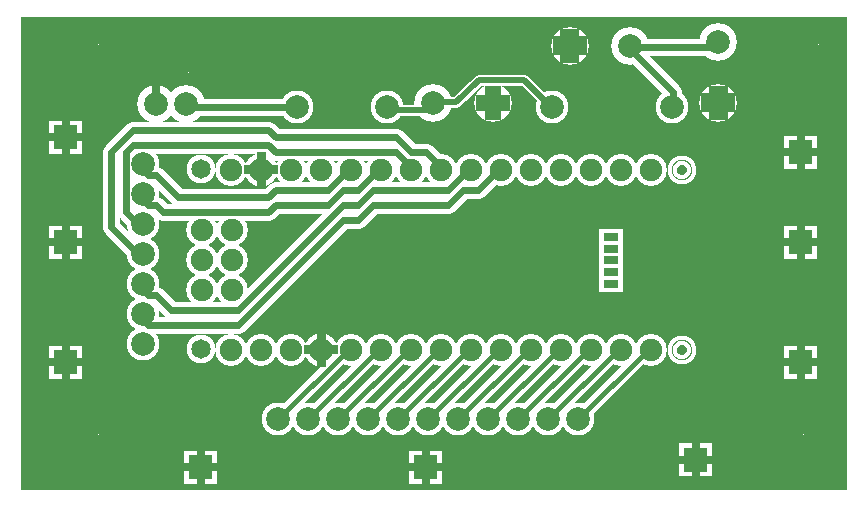
<source format=gbr>
%FSLAX34Y34*%
%MOMM*%
%LNCOPPER_BOTTOM*%
G71*
G01*
%ADD10C,0.800*%
%ADD11R,2.070X1.435*%
%ADD12C,2.700*%
%ADD13C,2.450*%
%ADD14C,2.800*%
%ADD15C,3.200*%
%ADD16C,0.900*%
%ADD17C,1.400*%
%ADD18C,1.200*%
%ADD19C,4.200*%
%ADD20C,0.667*%
%ADD21C,0.813*%
%ADD22C,1.360*%
%ADD23C,1.587*%
%ADD24C,1.627*%
%ADD25C,0.787*%
%ADD26C,2.973*%
%ADD27C,0.000*%
%ADD28R,1.270X0.635*%
%ADD29C,1.900*%
%ADD30C,1.650*%
%ADD31C,2.000*%
%ADD32C,0.500*%
%ADD33C,0.600*%
%ADD34C,0.400*%
%ADD35C,4.000*%
%LPD*%
G36*
X-217646Y339759D02*
X482354Y339759D01*
X482354Y-60241D01*
X-217646Y-60241D01*
X-217646Y339759D01*
G37*
%LPC*%
G54D10*
X333414Y58173D02*
X333409Y58460D01*
X333414Y58747D01*
X333429Y59036D01*
X333455Y59324D01*
X333490Y59608D01*
X333534Y59892D01*
X333589Y60177D01*
X333655Y60456D01*
X333729Y60736D01*
X333813Y61010D01*
X333907Y61285D01*
X334011Y61551D01*
X334123Y61818D01*
X334245Y62080D01*
X334374Y62336D01*
X334514Y62588D01*
X334664Y62834D01*
X334821Y63075D01*
X334986Y63311D01*
X335159Y63543D01*
X335339Y63766D01*
X335530Y63985D01*
X335726Y64195D01*
X335929Y64399D01*
X336140Y64594D01*
X336358Y64784D01*
X336582Y64965D01*
X336813Y65138D01*
X337049Y65303D01*
X337290Y65460D01*
X337536Y65610D01*
X337788Y65750D01*
X338045Y65879D01*
X338306Y66001D01*
X338573Y66113D01*
X338839Y66217D01*
X339114Y66311D01*
X339388Y66395D01*
X339667Y66468D01*
X339947Y66534D01*
X340231Y66591D01*
X340516Y66634D01*
X340801Y66669D01*
X341087Y66694D01*
X341377Y66710D01*
X341664Y66715D01*
X341951Y66710D01*
X342240Y66694D01*
X342528Y66669D01*
X342812Y66634D01*
X343096Y66590D01*
X343381Y66535D01*
X343660Y66468D01*
X343940Y66395D01*
X344214Y66311D01*
X344489Y66217D01*
X344755Y66113D01*
X345022Y66001D01*
X345284Y65879D01*
X345540Y65750D01*
X345792Y65610D01*
X346038Y65460D01*
X346279Y65303D01*
X346515Y65138D01*
X346746Y64965D01*
X346970Y64784D01*
X347189Y64594D01*
X347399Y64399D01*
X347602Y64195D01*
X347798Y63985D01*
X347988Y63766D01*
X348169Y63542D01*
X348342Y63311D01*
X348507Y63075D01*
X348664Y62834D01*
X348814Y62587D01*
X348954Y62336D01*
X349083Y62080D01*
X349205Y61818D01*
X349317Y61551D01*
X349421Y61284D01*
X349515Y61010D01*
X349599Y60736D01*
X349673Y60456D01*
X349739Y60177D01*
X349795Y59892D01*
X349838Y59608D01*
X349873Y59324D01*
X349899Y59036D01*
X349914Y58747D01*
X349919Y58460D01*
X349914Y58173D01*
X349899Y57883D01*
X349873Y57596D01*
X349838Y57312D01*
X349794Y57027D01*
X349739Y56743D01*
X349673Y56463D01*
X349599Y56184D01*
X349515Y55910D01*
X349421Y55636D01*
X349317Y55369D01*
X349205Y55102D01*
X349083Y54840D01*
X348954Y54584D01*
X348814Y54332D01*
X348664Y54086D01*
X348507Y53845D01*
X348342Y53609D01*
X348169Y53377D01*
X347988Y53154D01*
X347798Y52936D01*
X347602Y52724D01*
X347399Y52522D01*
X347188Y52326D01*
X346970Y52135D01*
X346746Y51955D01*
X346515Y51782D01*
X346279Y51617D01*
X346038Y51460D01*
X345792Y51310D01*
X345540Y51170D01*
X345284Y51040D01*
X345022Y50919D01*
X344755Y50807D01*
X344488Y50703D01*
X344214Y50609D01*
X343940Y50525D01*
X343660Y50451D01*
X343381Y50385D01*
X343096Y50329D01*
X342812Y50286D01*
X342528Y50251D01*
X342240Y50225D01*
X341951Y50210D01*
X341664Y50205D01*
X341377Y50210D01*
X341088Y50225D01*
X340801Y50251D01*
X340516Y50286D01*
X340231Y50329D01*
X339947Y50385D01*
X339667Y50451D01*
X339388Y50525D01*
X339114Y50609D01*
X338840Y50703D01*
X338573Y50807D01*
X338306Y50919D01*
X338044Y51040D01*
X337788Y51170D01*
X337536Y51310D01*
X337290Y51460D01*
X337049Y51617D01*
X336813Y51782D01*
X336582Y51955D01*
X336358Y52135D01*
X336140Y52326D01*
X335929Y52522D01*
X335725Y52724D01*
X335530Y52936D01*
X335339Y53154D01*
X335159Y53377D01*
X334986Y53608D01*
X334821Y53845D01*
X334664Y54086D01*
X334514Y54332D01*
X334374Y54584D01*
X334245Y54841D01*
X334123Y55102D01*
X334011Y55369D01*
X333907Y55636D01*
X333813Y55910D01*
X333729Y56184D01*
X333655Y56464D01*
X333589Y56743D01*
X333534Y57027D01*
X333490Y57312D01*
X333455Y57596D01*
X333429Y57883D01*
X333414Y58173D01*
G54D10*
X333414Y210573D02*
X333409Y210860D01*
X333414Y211147D01*
X333429Y211436D01*
X333455Y211723D01*
X333490Y212008D01*
X333534Y212292D01*
X333589Y212577D01*
X333655Y212856D01*
X333729Y213136D01*
X333813Y213410D01*
X333907Y213684D01*
X334011Y213951D01*
X334123Y214218D01*
X334245Y214480D01*
X334374Y214736D01*
X334514Y214988D01*
X334664Y215234D01*
X334821Y215475D01*
X334986Y215711D01*
X335159Y215943D01*
X335339Y216166D01*
X335530Y216384D01*
X335726Y216595D01*
X335929Y216798D01*
X336140Y216994D01*
X336358Y217184D01*
X336582Y217365D01*
X336813Y217538D01*
X337049Y217703D01*
X337290Y217860D01*
X337537Y218010D01*
X337788Y218150D01*
X338045Y218279D01*
X338306Y218401D01*
X338573Y218513D01*
X338840Y218617D01*
X339114Y218711D01*
X339388Y218795D01*
X339668Y218869D01*
X339947Y218934D01*
X340232Y218990D01*
X340516Y219034D01*
X340800Y219069D01*
X341087Y219095D01*
X341377Y219110D01*
X341664Y219115D01*
X341951Y219110D01*
X342241Y219094D01*
X342528Y219069D01*
X342812Y219034D01*
X343096Y218990D01*
X343381Y218934D01*
X343660Y218869D01*
X343940Y218795D01*
X344214Y218711D01*
X344488Y218617D01*
X344755Y218513D01*
X345022Y218401D01*
X345283Y218279D01*
X345540Y218150D01*
X345792Y218010D01*
X346038Y217860D01*
X346279Y217703D01*
X346515Y217538D01*
X346746Y217365D01*
X346970Y217184D01*
X347188Y216994D01*
X347399Y216798D01*
X347602Y216595D01*
X347798Y216384D01*
X347988Y216166D01*
X348169Y215942D01*
X348342Y215711D01*
X348507Y215475D01*
X348664Y215234D01*
X348814Y214988D01*
X348954Y214736D01*
X349083Y214479D01*
X349205Y214218D01*
X349317Y213951D01*
X349421Y213684D01*
X349515Y213410D01*
X349599Y213136D01*
X349673Y212856D01*
X349739Y212577D01*
X349794Y212293D01*
X349838Y212008D01*
X349873Y211723D01*
X349899Y211436D01*
X349914Y211147D01*
X349919Y210860D01*
X349914Y210573D01*
X349899Y210283D01*
X349873Y209996D01*
X349838Y209712D01*
X349794Y209427D01*
X349739Y209143D01*
X349673Y208864D01*
X349599Y208584D01*
X349515Y208310D01*
X349421Y208036D01*
X349317Y207769D01*
X349205Y207502D01*
X349083Y207240D01*
X348954Y206984D01*
X348814Y206732D01*
X348664Y206486D01*
X348507Y206245D01*
X348342Y206008D01*
X348169Y205778D01*
X347988Y205554D01*
X347798Y205336D01*
X347602Y205125D01*
X347399Y204922D01*
X347188Y204726D01*
X346970Y204535D01*
X346746Y204355D01*
X346515Y204182D01*
X346279Y204017D01*
X346038Y203860D01*
X345792Y203710D01*
X345540Y203570D01*
X345284Y203440D01*
X345022Y203319D01*
X344755Y203207D01*
X344489Y203103D01*
X344214Y203009D01*
X343940Y202925D01*
X343660Y202851D01*
X343381Y202785D01*
X343096Y202730D01*
X342812Y202686D01*
X342528Y202651D01*
X342240Y202625D01*
X341951Y202610D01*
X341664Y202605D01*
X341377Y202610D01*
X341087Y202625D01*
X340801Y202651D01*
X340516Y202686D01*
X340231Y202730D01*
X339947Y202785D01*
X339667Y202851D01*
X339388Y202925D01*
X339114Y203009D01*
X338839Y203103D01*
X338573Y203207D01*
X338306Y203319D01*
X338045Y203440D01*
X337788Y203570D01*
X337536Y203710D01*
X337290Y203860D01*
X337049Y204017D01*
X336813Y204182D01*
X336582Y204355D01*
X336358Y204535D01*
X336139Y204726D01*
X335929Y204921D01*
X335726Y205124D01*
X335530Y205336D01*
X335339Y205554D01*
X335159Y205777D01*
X334986Y206008D01*
X334821Y206245D01*
X334664Y206486D01*
X334514Y206732D01*
X334374Y206984D01*
X334245Y207240D01*
X334123Y207502D01*
X334011Y207769D01*
X333907Y208036D01*
X333813Y208310D01*
X333729Y208584D01*
X333655Y208864D01*
X333589Y209143D01*
X333533Y209428D01*
X333490Y209712D01*
X333455Y209996D01*
X333429Y210283D01*
X333414Y210573D01*
X282228Y153964D02*
G54D11*
D03*
X282228Y143804D02*
G54D11*
D03*
X282228Y134152D02*
G54D11*
D03*
X282228Y123992D02*
G54D11*
D03*
X282228Y114086D02*
G54D11*
D03*
X-39336Y58460D02*
G54D12*
D03*
X-13936Y58460D02*
G54D12*
D03*
X11464Y58460D02*
G54D12*
D03*
X36864Y58460D02*
G54D12*
D03*
X62264Y58460D02*
G54D12*
D03*
X87664Y58460D02*
G54D12*
D03*
X113064Y58460D02*
G54D12*
D03*
X138464Y58460D02*
G54D12*
D03*
X163864Y58460D02*
G54D12*
D03*
X189264Y58460D02*
G54D12*
D03*
X214664Y58460D02*
G54D12*
D03*
X240064Y58460D02*
G54D12*
D03*
X265464Y58460D02*
G54D12*
D03*
X290864Y58460D02*
G54D12*
D03*
X316264Y58460D02*
G54D12*
D03*
X-39336Y210860D02*
G54D12*
D03*
X-13936Y210860D02*
G54D12*
D03*
X11464Y210860D02*
G54D12*
D03*
X36864Y210860D02*
G54D12*
D03*
X62264Y210860D02*
G54D12*
D03*
X87664Y210860D02*
G54D12*
D03*
X113064Y210860D02*
G54D12*
D03*
X138464Y210860D02*
G54D12*
D03*
X163864Y210860D02*
G54D12*
D03*
X189264Y210860D02*
G54D12*
D03*
X214664Y210860D02*
G54D12*
D03*
X240064Y210860D02*
G54D12*
D03*
X265464Y210860D02*
G54D12*
D03*
X290864Y210860D02*
G54D12*
D03*
X316264Y210860D02*
G54D12*
D03*
X-64577Y211019D02*
G54D13*
D03*
X-64577Y58619D02*
G54D13*
D03*
X-38320Y159806D02*
G54D12*
D03*
X-63720Y159806D02*
G54D12*
D03*
X-38320Y134406D02*
G54D12*
D03*
X-63720Y134406D02*
G54D12*
D03*
X-38320Y109006D02*
G54D12*
D03*
X-63720Y109006D02*
G54D12*
D03*
X92234Y263559D02*
G54D14*
D03*
X16034Y263559D02*
G54D14*
D03*
X-102891Y266134D02*
G54D15*
D03*
X-77391Y266134D02*
G54D15*
D03*
X131499Y267316D02*
G54D15*
D03*
X182480Y267429D02*
G54D15*
D03*
X231934Y263559D02*
G54D14*
D03*
X333534Y263559D02*
G54D14*
D03*
X298120Y315684D02*
G54D15*
D03*
X247139Y315572D02*
G54D15*
D03*
X372851Y318434D02*
G54D15*
D03*
X372963Y267454D02*
G54D15*
D03*
X182480Y267429D02*
G54D14*
D03*
X247139Y315572D02*
G54D14*
D03*
X372963Y267454D02*
G54D14*
D03*
G54D16*
X131499Y267316D02*
X132114Y268010D01*
X125764Y261660D01*
X94014Y261660D01*
X92234Y263559D01*
G54D16*
X231934Y263559D02*
X233714Y261660D01*
X208314Y287060D01*
X170214Y287060D01*
X151164Y268010D01*
X132114Y268010D01*
X131499Y267316D01*
G54D17*
X-77391Y266134D02*
X-77946Y263609D01*
X17304Y263609D01*
X16034Y263559D01*
X50800Y0D02*
G54D14*
D03*
X25400Y0D02*
G54D14*
D03*
X0Y0D02*
G54D14*
D03*
X101600Y0D02*
G54D14*
D03*
X76200Y0D02*
G54D14*
D03*
X50800Y0D02*
G54D14*
D03*
X152400Y0D02*
G54D14*
D03*
X127000Y0D02*
G54D14*
D03*
X101600Y0D02*
G54D14*
D03*
X203199Y0D02*
G54D14*
D03*
X177799Y0D02*
G54D14*
D03*
X152400Y0D02*
G54D14*
D03*
X228599Y0D02*
G54D14*
D03*
X203199Y0D02*
G54D14*
D03*
X177799Y0D02*
G54D14*
D03*
X253999Y0D02*
G54D14*
D03*
X228599Y0D02*
G54D14*
D03*
X203199Y0D02*
G54D14*
D03*
X-114300Y139700D02*
G54D14*
D03*
X-114300Y139700D02*
G54D14*
D03*
X-114300Y165100D02*
G54D14*
D03*
X-114300Y190500D02*
G54D14*
D03*
X-114300Y88900D02*
G54D14*
D03*
X-114300Y88900D02*
G54D14*
D03*
X-114300Y114300D02*
G54D14*
D03*
X-114300Y139700D02*
G54D14*
D03*
X-114300Y63500D02*
G54D14*
D03*
X-114300Y88900D02*
G54D14*
D03*
X-114300Y165100D02*
G54D14*
D03*
X-114300Y165100D02*
G54D14*
D03*
X-114300Y190500D02*
G54D14*
D03*
X-114300Y215900D02*
G54D14*
D03*
X-114300Y63500D02*
G54D14*
D03*
G54D18*
X0Y0D02*
X1429Y84D01*
X58579Y57234D01*
X61754Y57234D01*
X62264Y58460D01*
G54D18*
X25400Y0D02*
X26829Y84D01*
X83979Y57234D01*
X87154Y57234D01*
X87664Y58460D01*
G54D18*
X50800Y0D02*
X52229Y84D01*
X109379Y57234D01*
X112554Y57234D01*
X113064Y58460D01*
G54D18*
X76200Y0D02*
X77629Y84D01*
X134779Y57234D01*
X137954Y57234D01*
X138464Y58460D01*
G54D18*
X101600Y0D02*
X103029Y84D01*
X160179Y57234D01*
X163354Y57234D01*
X163864Y58460D01*
G54D18*
X127000Y0D02*
X128429Y84D01*
X185579Y57234D01*
X188754Y57234D01*
X189264Y58460D01*
G54D18*
X152400Y0D02*
X153829Y84D01*
X210979Y57234D01*
X214154Y57234D01*
X214664Y58460D01*
G54D18*
X177799Y0D02*
X179229Y84D01*
X236379Y57234D01*
X239554Y57234D01*
X240064Y58460D01*
G54D18*
X203199Y0D02*
X204629Y84D01*
X261779Y57234D01*
X264954Y57234D01*
X265464Y58460D01*
G54D18*
X228599Y0D02*
X230029Y84D01*
X287179Y57234D01*
X290354Y57234D01*
X290864Y58460D01*
G54D18*
X253999Y0D02*
X255429Y84D01*
X312579Y57234D01*
X315754Y57234D01*
X316264Y58460D01*
X36864Y58460D02*
G54D14*
D03*
X-13936Y210860D02*
G54D14*
D03*
G54D17*
X-114300Y215900D02*
X-116046Y212809D01*
X-109696Y206459D01*
X-103346Y206459D01*
X-84296Y187409D01*
X-8096Y187409D01*
X-1746Y193759D01*
X42704Y193759D01*
X61754Y212809D01*
X62264Y210860D01*
G54D17*
X-114300Y190500D02*
X-116046Y187409D01*
X-109696Y181059D01*
X-103346Y181059D01*
X-96996Y174709D01*
X-8096Y174709D01*
X-1746Y181059D01*
X42704Y181059D01*
X55404Y193759D01*
X68104Y193759D01*
X87154Y212809D01*
X87664Y210860D01*
G54D17*
X-114300Y165100D02*
X-116046Y162009D01*
X-128746Y174709D01*
X-128746Y225509D01*
X-122396Y231859D01*
X-8096Y231859D01*
X-1746Y225509D01*
X99854Y225509D01*
X112554Y212809D01*
X113064Y210860D01*
G54D17*
X-114300Y139700D02*
X-116046Y136609D01*
X-141446Y162009D01*
X-141446Y225509D01*
X-122396Y244559D01*
X-8096Y244559D01*
X-1746Y238209D01*
X99854Y238209D01*
X112554Y225509D01*
X125254Y225509D01*
X137954Y212809D01*
X138464Y210860D01*
G54D17*
X-114300Y114300D02*
X-116046Y111209D01*
X-109696Y104859D01*
X-103346Y104859D01*
X-90646Y92159D01*
X-33496Y92159D01*
X55404Y181059D01*
X68104Y181059D01*
X80804Y193759D01*
X144304Y193759D01*
X163354Y212809D01*
X163864Y210860D01*
G54D17*
X-114300Y88900D02*
X-116046Y85809D01*
X-109696Y79459D01*
X-33496Y79459D01*
X55404Y168359D01*
X68104Y168359D01*
X80804Y181059D01*
X144304Y181059D01*
X157004Y193759D01*
X169704Y193759D01*
X188754Y212809D01*
X189264Y210860D01*
X-166846Y301659D02*
G54D19*
D03*
G54D17*
X372851Y318434D02*
X372904Y320759D01*
X366554Y314409D01*
X296704Y314409D01*
X298120Y315684D01*
G54D17*
X298120Y315684D02*
X296704Y314409D01*
X334804Y276309D01*
X334804Y263609D01*
X333534Y263559D01*
X-166846Y-28541D02*
G54D19*
D03*
X430054Y-28541D02*
G54D19*
D03*
X442754Y301659D02*
G54D19*
D03*
G36*
X-79246Y-27241D02*
X-51246Y-27241D01*
X-51246Y-55241D01*
X-79246Y-55241D01*
X-79246Y-27241D01*
G37*
G36*
X339854Y-20891D02*
X367854Y-20891D01*
X367854Y-48891D01*
X339854Y-48891D01*
X339854Y-20891D01*
G37*
G36*
X111254Y-27241D02*
X139254Y-27241D01*
X139254Y-55241D01*
X111254Y-55241D01*
X111254Y-27241D01*
G37*
G36*
X428754Y239459D02*
X456754Y239459D01*
X456754Y211459D01*
X428754Y211459D01*
X428754Y239459D01*
G37*
G36*
X428754Y61659D02*
X456754Y61659D01*
X456754Y33659D01*
X428754Y33659D01*
X428754Y61659D01*
G37*
G36*
X-193546Y252159D02*
X-165546Y252159D01*
X-165546Y224159D01*
X-193546Y224159D01*
X-193546Y252159D01*
G37*
G36*
X-193546Y61659D02*
X-165546Y61659D01*
X-165546Y33659D01*
X-193546Y33659D01*
X-193546Y61659D01*
G37*
X-90646Y308009D02*
G54D19*
D03*
G36*
X-193546Y163259D02*
X-165546Y163259D01*
X-165546Y135259D01*
X-193546Y135259D01*
X-193546Y163259D01*
G37*
G36*
X428754Y163259D02*
X456754Y163259D01*
X456754Y135259D01*
X428754Y135259D01*
X428754Y163259D01*
G37*
%LPD*%
G54D20*
G36*
X-106224Y266134D02*
X-106224Y282634D01*
X-99558Y282634D01*
X-99558Y266134D01*
X-106224Y266134D01*
G37*
G54D21*
G54D22*
G36*
X175680Y267429D02*
X175680Y281929D01*
X189280Y281929D01*
X189280Y267429D01*
X175680Y267429D01*
G37*
G36*
X182480Y274229D02*
X196980Y274229D01*
X196980Y260629D01*
X182480Y260629D01*
X182480Y274229D01*
G37*
G36*
X189280Y267429D02*
X189280Y252929D01*
X175680Y252929D01*
X175680Y267429D01*
X189280Y267429D01*
G37*
G36*
X182480Y260629D02*
X167980Y260629D01*
X167980Y274229D01*
X182480Y274229D01*
X182480Y260629D01*
G37*
G54D23*
G36*
X239206Y315572D02*
X239206Y330072D01*
X255072Y330072D01*
X255072Y315572D01*
X239206Y315572D01*
G37*
G36*
X247139Y323505D02*
X261639Y323505D01*
X261639Y307639D01*
X247139Y307639D01*
X247139Y323505D01*
G37*
G36*
X255072Y315572D02*
X255072Y301072D01*
X239206Y301072D01*
X239206Y315572D01*
X255072Y315572D01*
G37*
G36*
X247139Y307639D02*
X232639Y307639D01*
X232639Y323505D01*
X247139Y323505D01*
X247139Y307639D01*
G37*
G54D24*
G36*
X364830Y267454D02*
X364830Y281954D01*
X381096Y281954D01*
X381096Y267454D01*
X364830Y267454D01*
G37*
G36*
X372963Y275587D02*
X387463Y275587D01*
X387463Y259321D01*
X372963Y259321D01*
X372963Y275587D01*
G37*
G36*
X381096Y267454D02*
X381096Y252954D01*
X364830Y252954D01*
X364830Y267454D01*
X381096Y267454D01*
G37*
G36*
X372963Y259321D02*
X358463Y259321D01*
X358463Y275587D01*
X372963Y275587D01*
X372963Y259321D01*
G37*
G54D25*
G36*
X32931Y58460D02*
X32931Y72960D01*
X40797Y72960D01*
X40797Y58460D01*
X32931Y58460D01*
G37*
G36*
X36864Y62393D02*
X51364Y62393D01*
X51364Y54527D01*
X36864Y54527D01*
X36864Y62393D01*
G37*
G36*
X40797Y58460D02*
X40797Y43960D01*
X32931Y43960D01*
X32931Y58460D01*
X40797Y58460D01*
G37*
G36*
X36864Y54527D02*
X22364Y54527D01*
X22364Y62393D01*
X36864Y62393D01*
X36864Y54527D01*
G37*
G54D25*
G36*
X-17870Y210860D02*
X-17870Y225360D01*
X-10003Y225360D01*
X-10003Y210860D01*
X-17870Y210860D01*
G37*
G36*
X-13936Y214793D02*
X564Y214793D01*
X564Y206927D01*
X-13936Y206927D01*
X-13936Y214793D01*
G37*
G36*
X-10003Y210860D02*
X-10003Y196360D01*
X-17870Y196360D01*
X-17870Y210860D01*
X-10003Y210860D01*
G37*
G36*
X-13936Y206927D02*
X-28436Y206927D01*
X-28436Y214793D01*
X-13936Y214793D01*
X-13936Y206927D01*
G37*
G54D26*
G36*
X-166846Y316526D02*
X-145346Y316526D01*
X-145346Y286792D01*
X-166846Y286792D01*
X-166846Y316526D01*
G37*
G36*
X-151979Y301659D02*
X-151979Y280159D01*
X-181713Y280159D01*
X-181713Y301659D01*
X-151979Y301659D01*
G37*
G36*
X-166846Y286792D02*
X-188346Y286792D01*
X-188346Y316526D01*
X-166846Y316526D01*
X-166846Y286792D01*
G37*
G36*
X-181713Y301659D02*
X-181713Y323159D01*
X-151979Y323159D01*
X-151979Y301659D01*
X-181713Y301659D01*
G37*
G54D26*
G36*
X-166846Y-13674D02*
X-145346Y-13674D01*
X-145346Y-43408D01*
X-166846Y-43408D01*
X-166846Y-13674D01*
G37*
G36*
X-151979Y-28541D02*
X-151979Y-50041D01*
X-181713Y-50041D01*
X-181713Y-28541D01*
X-151979Y-28541D01*
G37*
G36*
X-166846Y-43408D02*
X-188346Y-43408D01*
X-188346Y-13674D01*
X-166846Y-13674D01*
X-166846Y-43408D01*
G37*
G36*
X-181713Y-28541D02*
X-181713Y-7041D01*
X-151979Y-7041D01*
X-151979Y-28541D01*
X-181713Y-28541D01*
G37*
G54D26*
G36*
X430054Y-13674D02*
X451554Y-13674D01*
X451554Y-43408D01*
X430054Y-43408D01*
X430054Y-13674D01*
G37*
G36*
X444921Y-28541D02*
X444921Y-50041D01*
X415187Y-50041D01*
X415187Y-28541D01*
X444921Y-28541D01*
G37*
G36*
X430054Y-43408D02*
X408554Y-43408D01*
X408554Y-13674D01*
X430054Y-13674D01*
X430054Y-43408D01*
G37*
G36*
X415187Y-28541D02*
X415187Y-7041D01*
X444921Y-7041D01*
X444921Y-28541D01*
X415187Y-28541D01*
G37*
G54D26*
G36*
X442754Y316526D02*
X464254Y316526D01*
X464254Y286792D01*
X442754Y286792D01*
X442754Y316526D01*
G37*
G36*
X457621Y301659D02*
X457621Y280159D01*
X427887Y280159D01*
X427887Y301659D01*
X457621Y301659D01*
G37*
G36*
X442754Y286792D02*
X421254Y286792D01*
X421254Y316526D01*
X442754Y316526D01*
X442754Y286792D01*
G37*
G36*
X427887Y301659D02*
X427887Y323159D01*
X457621Y323159D01*
X457621Y301659D01*
X427887Y301659D01*
G37*
G54D20*
G36*
X-68579Y-41241D02*
X-68579Y-26741D01*
X-61913Y-26741D01*
X-61913Y-41241D01*
X-68579Y-41241D01*
G37*
G36*
X-65246Y-37908D02*
X-50746Y-37908D01*
X-50746Y-44574D01*
X-65246Y-44574D01*
X-65246Y-37908D01*
G37*
G36*
X-61913Y-41241D02*
X-61913Y-55741D01*
X-68579Y-55741D01*
X-68579Y-41241D01*
X-61913Y-41241D01*
G37*
G36*
X-65246Y-44574D02*
X-79746Y-44574D01*
X-79746Y-37908D01*
X-65246Y-37908D01*
X-65246Y-44574D01*
G37*
G54D20*
G36*
X350521Y-34891D02*
X350521Y-20391D01*
X357187Y-20391D01*
X357187Y-34891D01*
X350521Y-34891D01*
G37*
G36*
X353854Y-31558D02*
X368354Y-31558D01*
X368354Y-38224D01*
X353854Y-38224D01*
X353854Y-31558D01*
G37*
G36*
X357187Y-34891D02*
X357187Y-49391D01*
X350521Y-49391D01*
X350521Y-34891D01*
X357187Y-34891D01*
G37*
G36*
X353854Y-38224D02*
X339354Y-38224D01*
X339354Y-31558D01*
X353854Y-31558D01*
X353854Y-38224D01*
G37*
G54D20*
G36*
X121921Y-41241D02*
X121921Y-26741D01*
X128587Y-26741D01*
X128587Y-41241D01*
X121921Y-41241D01*
G37*
G36*
X125254Y-37908D02*
X139754Y-37908D01*
X139754Y-44574D01*
X125254Y-44574D01*
X125254Y-37908D01*
G37*
G36*
X128587Y-41241D02*
X128587Y-55741D01*
X121921Y-55741D01*
X121921Y-41241D01*
X128587Y-41241D01*
G37*
G36*
X125254Y-44574D02*
X110754Y-44574D01*
X110754Y-37908D01*
X125254Y-37908D01*
X125254Y-44574D01*
G37*
G54D20*
G36*
X439421Y225459D02*
X439421Y239959D01*
X446087Y239959D01*
X446087Y225459D01*
X439421Y225459D01*
G37*
G36*
X442754Y228792D02*
X457254Y228792D01*
X457254Y222126D01*
X442754Y222126D01*
X442754Y228792D01*
G37*
G36*
X446087Y225459D02*
X446087Y210959D01*
X439421Y210959D01*
X439421Y225459D01*
X446087Y225459D01*
G37*
G36*
X442754Y222126D02*
X428254Y222126D01*
X428254Y228792D01*
X442754Y228792D01*
X442754Y222126D01*
G37*
G54D20*
G36*
X439421Y47659D02*
X439421Y62159D01*
X446087Y62159D01*
X446087Y47659D01*
X439421Y47659D01*
G37*
G36*
X442754Y50992D02*
X457254Y50992D01*
X457254Y44326D01*
X442754Y44326D01*
X442754Y50992D01*
G37*
G36*
X446087Y47659D02*
X446087Y33159D01*
X439421Y33159D01*
X439421Y47659D01*
X446087Y47659D01*
G37*
G36*
X442754Y44326D02*
X428254Y44326D01*
X428254Y50992D01*
X442754Y50992D01*
X442754Y44326D01*
G37*
G54D20*
G36*
X-182879Y238159D02*
X-182879Y252659D01*
X-176213Y252659D01*
X-176213Y238159D01*
X-182879Y238159D01*
G37*
G36*
X-179546Y241492D02*
X-165046Y241492D01*
X-165046Y234826D01*
X-179546Y234826D01*
X-179546Y241492D01*
G37*
G36*
X-176213Y238159D02*
X-176213Y223659D01*
X-182879Y223659D01*
X-182879Y238159D01*
X-176213Y238159D01*
G37*
G36*
X-179546Y234826D02*
X-194046Y234826D01*
X-194046Y241492D01*
X-179546Y241492D01*
X-179546Y234826D01*
G37*
G54D20*
G36*
X-182879Y47659D02*
X-182879Y62159D01*
X-176213Y62159D01*
X-176213Y47659D01*
X-182879Y47659D01*
G37*
G36*
X-179546Y50992D02*
X-165046Y50992D01*
X-165046Y44326D01*
X-179546Y44326D01*
X-179546Y50992D01*
G37*
G36*
X-176213Y47659D02*
X-176213Y33159D01*
X-182879Y33159D01*
X-182879Y47659D01*
X-176213Y47659D01*
G37*
G36*
X-179546Y44326D02*
X-194046Y44326D01*
X-194046Y50992D01*
X-179546Y50992D01*
X-179546Y44326D01*
G37*
G54D26*
G36*
X-90646Y322876D02*
X-69146Y322876D01*
X-69146Y293142D01*
X-90646Y293142D01*
X-90646Y322876D01*
G37*
G36*
X-75779Y308009D02*
X-75779Y286509D01*
X-105513Y286509D01*
X-105513Y308009D01*
X-75779Y308009D01*
G37*
G36*
X-90646Y293142D02*
X-112146Y293142D01*
X-112146Y322876D01*
X-90646Y322876D01*
X-90646Y293142D01*
G37*
G36*
X-105513Y308009D02*
X-105513Y329509D01*
X-75779Y329509D01*
X-75779Y308009D01*
X-105513Y308009D01*
G37*
G54D20*
G36*
X-182879Y149259D02*
X-182879Y163759D01*
X-176213Y163759D01*
X-176213Y149259D01*
X-182879Y149259D01*
G37*
G36*
X-179546Y152592D02*
X-165046Y152592D01*
X-165046Y145926D01*
X-179546Y145926D01*
X-179546Y152592D01*
G37*
G36*
X-176213Y149259D02*
X-176213Y134759D01*
X-182879Y134759D01*
X-182879Y149259D01*
X-176213Y149259D01*
G37*
G36*
X-179546Y145926D02*
X-194046Y145926D01*
X-194046Y152592D01*
X-179546Y152592D01*
X-179546Y145926D01*
G37*
G54D20*
G36*
X439421Y149259D02*
X439421Y163759D01*
X446087Y163759D01*
X446087Y149259D01*
X439421Y149259D01*
G37*
G36*
X442754Y152592D02*
X457254Y152592D01*
X457254Y145926D01*
X442754Y145926D01*
X442754Y152592D01*
G37*
G36*
X446087Y149259D02*
X446087Y134759D01*
X439421Y134759D01*
X439421Y149259D01*
X446087Y149259D01*
G37*
G36*
X442754Y145926D02*
X428254Y145926D01*
X428254Y152592D01*
X442754Y152592D01*
X442754Y145926D01*
G37*
G54D27*
X333414Y58173D02*
X333409Y58460D01*
X333414Y58747D01*
X333429Y59036D01*
X333455Y59324D01*
X333490Y59608D01*
X333534Y59892D01*
X333589Y60177D01*
X333655Y60456D01*
X333729Y60736D01*
X333813Y61010D01*
X333907Y61285D01*
X334011Y61551D01*
X334123Y61818D01*
X334245Y62080D01*
X334374Y62336D01*
X334514Y62588D01*
X334664Y62834D01*
X334821Y63075D01*
X334986Y63311D01*
X335159Y63543D01*
X335339Y63766D01*
X335530Y63985D01*
X335726Y64195D01*
X335929Y64399D01*
X336140Y64594D01*
X336358Y64784D01*
X336582Y64965D01*
X336813Y65138D01*
X337049Y65303D01*
X337290Y65460D01*
X337536Y65610D01*
X337788Y65750D01*
X338045Y65879D01*
X338306Y66001D01*
X338573Y66113D01*
X338839Y66217D01*
X339114Y66311D01*
X339388Y66395D01*
X339667Y66468D01*
X339947Y66534D01*
X340231Y66591D01*
X340516Y66634D01*
X340801Y66669D01*
X341087Y66694D01*
X341377Y66710D01*
X341664Y66715D01*
X341951Y66710D01*
X342240Y66694D01*
X342528Y66669D01*
X342812Y66634D01*
X343096Y66590D01*
X343381Y66535D01*
X343660Y66468D01*
X343940Y66395D01*
X344214Y66311D01*
X344489Y66217D01*
X344755Y66113D01*
X345022Y66001D01*
X345284Y65879D01*
X345540Y65750D01*
X345792Y65610D01*
X346038Y65460D01*
X346279Y65303D01*
X346515Y65138D01*
X346746Y64965D01*
X346970Y64784D01*
X347189Y64594D01*
X347399Y64399D01*
X347602Y64195D01*
X347798Y63985D01*
X347988Y63766D01*
X348169Y63542D01*
X348342Y63311D01*
X348507Y63075D01*
X348664Y62834D01*
X348814Y62587D01*
X348954Y62336D01*
X349083Y62080D01*
X349205Y61818D01*
X349317Y61551D01*
X349421Y61284D01*
X349515Y61010D01*
X349599Y60736D01*
X349673Y60456D01*
X349739Y60177D01*
X349795Y59892D01*
X349838Y59608D01*
X349873Y59324D01*
X349899Y59036D01*
X349914Y58747D01*
X349919Y58460D01*
X349914Y58173D01*
X349899Y57883D01*
X349873Y57596D01*
X349838Y57312D01*
X349794Y57027D01*
X349739Y56743D01*
X349673Y56463D01*
X349599Y56184D01*
X349515Y55910D01*
X349421Y55636D01*
X349317Y55369D01*
X349205Y55102D01*
X349083Y54840D01*
X348954Y54584D01*
X348814Y54332D01*
X348664Y54086D01*
X348507Y53845D01*
X348342Y53609D01*
X348169Y53377D01*
X347988Y53154D01*
X347798Y52936D01*
X347602Y52724D01*
X347399Y52522D01*
X347188Y52326D01*
X346970Y52135D01*
X346746Y51955D01*
X346515Y51782D01*
X346279Y51617D01*
X346038Y51460D01*
X345792Y51310D01*
X345540Y51170D01*
X345284Y51040D01*
X345022Y50919D01*
X344755Y50807D01*
X344488Y50703D01*
X344214Y50609D01*
X343940Y50525D01*
X343660Y50451D01*
X343381Y50385D01*
X343096Y50329D01*
X342812Y50286D01*
X342528Y50251D01*
X342240Y50225D01*
X341951Y50210D01*
X341664Y50205D01*
X341377Y50210D01*
X341088Y50225D01*
X340801Y50251D01*
X340516Y50286D01*
X340231Y50329D01*
X339947Y50385D01*
X339667Y50451D01*
X339388Y50525D01*
X339114Y50609D01*
X338840Y50703D01*
X338573Y50807D01*
X338306Y50919D01*
X338044Y51040D01*
X337788Y51170D01*
X337536Y51310D01*
X337290Y51460D01*
X337049Y51617D01*
X336813Y51782D01*
X336582Y51955D01*
X336358Y52135D01*
X336140Y52326D01*
X335929Y52522D01*
X335725Y52724D01*
X335530Y52936D01*
X335339Y53154D01*
X335159Y53377D01*
X334986Y53608D01*
X334821Y53845D01*
X334664Y54086D01*
X334514Y54332D01*
X334374Y54584D01*
X334245Y54841D01*
X334123Y55102D01*
X334011Y55369D01*
X333907Y55636D01*
X333813Y55910D01*
X333729Y56184D01*
X333655Y56464D01*
X333589Y56743D01*
X333534Y57027D01*
X333490Y57312D01*
X333455Y57596D01*
X333429Y57883D01*
X333414Y58173D01*
G54D27*
X333414Y210573D02*
X333409Y210860D01*
X333414Y211147D01*
X333429Y211436D01*
X333455Y211723D01*
X333490Y212008D01*
X333534Y212292D01*
X333589Y212577D01*
X333655Y212856D01*
X333729Y213136D01*
X333813Y213410D01*
X333907Y213684D01*
X334011Y213951D01*
X334123Y214218D01*
X334245Y214480D01*
X334374Y214736D01*
X334514Y214988D01*
X334664Y215234D01*
X334821Y215475D01*
X334986Y215711D01*
X335159Y215943D01*
X335339Y216166D01*
X335530Y216384D01*
X335726Y216595D01*
X335929Y216798D01*
X336140Y216994D01*
X336358Y217184D01*
X336582Y217365D01*
X336813Y217538D01*
X337049Y217703D01*
X337290Y217860D01*
X337537Y218010D01*
X337788Y218150D01*
X338045Y218279D01*
X338306Y218401D01*
X338573Y218513D01*
X338840Y218617D01*
X339114Y218711D01*
X339388Y218795D01*
X339668Y218869D01*
X339947Y218934D01*
X340232Y218990D01*
X340516Y219034D01*
X340800Y219069D01*
X341087Y219095D01*
X341377Y219110D01*
X341664Y219115D01*
X341951Y219110D01*
X342241Y219094D01*
X342528Y219069D01*
X342812Y219034D01*
X343096Y218990D01*
X343381Y218934D01*
X343660Y218869D01*
X343940Y218795D01*
X344214Y218711D01*
X344488Y218617D01*
X344755Y218513D01*
X345022Y218401D01*
X345283Y218279D01*
X345540Y218150D01*
X345792Y218010D01*
X346038Y217860D01*
X346279Y217703D01*
X346515Y217538D01*
X346746Y217365D01*
X346970Y217184D01*
X347188Y216994D01*
X347399Y216798D01*
X347602Y216595D01*
X347798Y216384D01*
X347988Y216166D01*
X348169Y215942D01*
X348342Y215711D01*
X348507Y215475D01*
X348664Y215234D01*
X348814Y214988D01*
X348954Y214736D01*
X349083Y214479D01*
X349205Y214218D01*
X349317Y213951D01*
X349421Y213684D01*
X349515Y213410D01*
X349599Y213136D01*
X349673Y212856D01*
X349739Y212577D01*
X349794Y212293D01*
X349838Y212008D01*
X349873Y211723D01*
X349899Y211436D01*
X349914Y211147D01*
X349919Y210860D01*
X349914Y210573D01*
X349899Y210283D01*
X349873Y209996D01*
X349838Y209712D01*
X349794Y209427D01*
X349739Y209143D01*
X349673Y208864D01*
X349599Y208584D01*
X349515Y208310D01*
X349421Y208036D01*
X349317Y207769D01*
X349205Y207502D01*
X349083Y207240D01*
X348954Y206984D01*
X348814Y206732D01*
X348664Y206486D01*
X348507Y206245D01*
X348342Y206008D01*
X348169Y205778D01*
X347988Y205554D01*
X347798Y205336D01*
X347602Y205125D01*
X347399Y204922D01*
X347188Y204726D01*
X346970Y204535D01*
X346746Y204355D01*
X346515Y204182D01*
X346279Y204017D01*
X346038Y203860D01*
X345792Y203710D01*
X345540Y203570D01*
X345284Y203440D01*
X345022Y203319D01*
X344755Y203207D01*
X344489Y203103D01*
X344214Y203009D01*
X343940Y202925D01*
X343660Y202851D01*
X343381Y202785D01*
X343096Y202730D01*
X342812Y202686D01*
X342528Y202651D01*
X342240Y202625D01*
X341951Y202610D01*
X341664Y202605D01*
X341377Y202610D01*
X341087Y202625D01*
X340801Y202651D01*
X340516Y202686D01*
X340231Y202730D01*
X339947Y202785D01*
X339667Y202851D01*
X339388Y202925D01*
X339114Y203009D01*
X338839Y203103D01*
X338573Y203207D01*
X338306Y203319D01*
X338045Y203440D01*
X337788Y203570D01*
X337536Y203710D01*
X337290Y203860D01*
X337049Y204017D01*
X336813Y204182D01*
X336582Y204355D01*
X336358Y204535D01*
X336139Y204726D01*
X335929Y204921D01*
X335726Y205124D01*
X335530Y205336D01*
X335339Y205554D01*
X335159Y205777D01*
X334986Y206008D01*
X334821Y206245D01*
X334664Y206486D01*
X334514Y206732D01*
X334374Y206984D01*
X334245Y207240D01*
X334123Y207502D01*
X334011Y207769D01*
X333907Y208036D01*
X333813Y208310D01*
X333729Y208584D01*
X333655Y208864D01*
X333589Y209143D01*
X333533Y209428D01*
X333490Y209712D01*
X333455Y209996D01*
X333429Y210283D01*
X333414Y210573D01*
X282228Y153964D02*
G54D28*
D03*
X282228Y143804D02*
G54D28*
D03*
X282228Y134152D02*
G54D28*
D03*
X282228Y123992D02*
G54D28*
D03*
X282228Y114086D02*
G54D28*
D03*
X-39336Y58460D02*
G54D29*
D03*
X-13936Y58460D02*
G54D29*
D03*
X11464Y58460D02*
G54D29*
D03*
X36864Y58460D02*
G54D29*
D03*
X62264Y58460D02*
G54D29*
D03*
X87664Y58460D02*
G54D29*
D03*
X113064Y58460D02*
G54D29*
D03*
X138464Y58460D02*
G54D29*
D03*
X163864Y58460D02*
G54D29*
D03*
X189264Y58460D02*
G54D29*
D03*
X214664Y58460D02*
G54D29*
D03*
X240064Y58460D02*
G54D29*
D03*
X265464Y58460D02*
G54D29*
D03*
X290864Y58460D02*
G54D29*
D03*
X316264Y58460D02*
G54D29*
D03*
X-39336Y210860D02*
G54D29*
D03*
X-13936Y210860D02*
G54D29*
D03*
X11464Y210860D02*
G54D29*
D03*
X36864Y210860D02*
G54D29*
D03*
X62264Y210860D02*
G54D29*
D03*
X87664Y210860D02*
G54D29*
D03*
X113064Y210860D02*
G54D29*
D03*
X138464Y210860D02*
G54D29*
D03*
X163864Y210860D02*
G54D29*
D03*
X189264Y210860D02*
G54D29*
D03*
X214664Y210860D02*
G54D29*
D03*
X240064Y210860D02*
G54D29*
D03*
X265464Y210860D02*
G54D29*
D03*
X290864Y210860D02*
G54D29*
D03*
X316264Y210860D02*
G54D29*
D03*
X-64577Y211019D02*
G54D30*
D03*
X-64577Y58619D02*
G54D30*
D03*
X-38320Y159806D02*
G54D29*
D03*
X-63720Y159806D02*
G54D29*
D03*
X-38320Y134406D02*
G54D29*
D03*
X-63720Y134406D02*
G54D29*
D03*
X-38320Y109006D02*
G54D29*
D03*
X-63720Y109006D02*
G54D29*
D03*
X92234Y263559D02*
G54D31*
D03*
X16034Y263559D02*
G54D31*
D03*
X-102891Y266134D02*
G54D31*
D03*
X-77391Y266134D02*
G54D31*
D03*
X131499Y267316D02*
G54D31*
D03*
X182480Y267429D02*
G54D31*
D03*
X231934Y263559D02*
G54D31*
D03*
X333534Y263559D02*
G54D31*
D03*
X298120Y315684D02*
G54D31*
D03*
X247139Y315572D02*
G54D31*
D03*
X372851Y318434D02*
G54D31*
D03*
X372963Y267454D02*
G54D31*
D03*
X182480Y267429D02*
G54D31*
D03*
X247139Y315572D02*
G54D31*
D03*
X372963Y267454D02*
G54D31*
D03*
G54D32*
X131499Y267316D02*
X132114Y268010D01*
X125764Y261660D01*
X94014Y261660D01*
X92234Y263559D01*
G54D32*
X231934Y263559D02*
X233714Y261660D01*
X208314Y287060D01*
X170214Y287060D01*
X151164Y268010D01*
X132114Y268010D01*
X131499Y267316D01*
G54D33*
X-77391Y266134D02*
X-77946Y263609D01*
X17304Y263609D01*
X16034Y263559D01*
X50800Y0D02*
G54D31*
D03*
X25400Y0D02*
G54D31*
D03*
X0Y0D02*
G54D31*
D03*
X101600Y0D02*
G54D31*
D03*
X76200Y0D02*
G54D31*
D03*
X50800Y0D02*
G54D31*
D03*
X152400Y0D02*
G54D31*
D03*
X127000Y0D02*
G54D31*
D03*
X101600Y0D02*
G54D31*
D03*
X203199Y0D02*
G54D31*
D03*
X177799Y0D02*
G54D31*
D03*
X152400Y0D02*
G54D31*
D03*
X228599Y0D02*
G54D31*
D03*
X203199Y0D02*
G54D31*
D03*
X177799Y0D02*
G54D31*
D03*
X253999Y0D02*
G54D31*
D03*
X228599Y0D02*
G54D31*
D03*
X203199Y0D02*
G54D31*
D03*
X-114300Y139700D02*
G54D31*
D03*
X-114300Y139700D02*
G54D31*
D03*
X-114300Y165100D02*
G54D31*
D03*
X-114300Y190500D02*
G54D31*
D03*
X-114300Y88900D02*
G54D31*
D03*
X-114300Y88900D02*
G54D31*
D03*
X-114300Y114300D02*
G54D31*
D03*
X-114300Y139700D02*
G54D31*
D03*
X-114300Y63500D02*
G54D31*
D03*
X-114300Y88900D02*
G54D31*
D03*
X-114300Y165100D02*
G54D31*
D03*
X-114300Y165100D02*
G54D31*
D03*
X-114300Y190500D02*
G54D31*
D03*
X-114300Y215900D02*
G54D31*
D03*
X-114300Y63500D02*
G54D31*
D03*
G54D34*
X0Y0D02*
X1429Y84D01*
X58579Y57234D01*
X61754Y57234D01*
X62264Y58460D01*
G54D34*
X25400Y0D02*
X26829Y84D01*
X83979Y57234D01*
X87154Y57234D01*
X87664Y58460D01*
G54D34*
X50800Y0D02*
X52229Y84D01*
X109379Y57234D01*
X112554Y57234D01*
X113064Y58460D01*
G54D34*
X76200Y0D02*
X77629Y84D01*
X134779Y57234D01*
X137954Y57234D01*
X138464Y58460D01*
G54D34*
X101600Y0D02*
X103029Y84D01*
X160179Y57234D01*
X163354Y57234D01*
X163864Y58460D01*
G54D34*
X127000Y0D02*
X128429Y84D01*
X185579Y57234D01*
X188754Y57234D01*
X189264Y58460D01*
G54D34*
X152400Y0D02*
X153829Y84D01*
X210979Y57234D01*
X214154Y57234D01*
X214664Y58460D01*
G54D34*
X177799Y0D02*
X179229Y84D01*
X236379Y57234D01*
X239554Y57234D01*
X240064Y58460D01*
G54D34*
X203199Y0D02*
X204629Y84D01*
X261779Y57234D01*
X264954Y57234D01*
X265464Y58460D01*
G54D34*
X228599Y0D02*
X230029Y84D01*
X287179Y57234D01*
X290354Y57234D01*
X290864Y58460D01*
G54D34*
X253999Y0D02*
X255429Y84D01*
X312579Y57234D01*
X315754Y57234D01*
X316264Y58460D01*
X36864Y58460D02*
G54D31*
D03*
X-13936Y210860D02*
G54D31*
D03*
G54D33*
X-114300Y215900D02*
X-116046Y212809D01*
X-109696Y206459D01*
X-103346Y206459D01*
X-84296Y187409D01*
X-8096Y187409D01*
X-1746Y193759D01*
X42704Y193759D01*
X61754Y212809D01*
X62264Y210860D01*
G54D33*
X-114300Y190500D02*
X-116046Y187409D01*
X-109696Y181059D01*
X-103346Y181059D01*
X-96996Y174709D01*
X-8096Y174709D01*
X-1746Y181059D01*
X42704Y181059D01*
X55404Y193759D01*
X68104Y193759D01*
X87154Y212809D01*
X87664Y210860D01*
G54D33*
X-114300Y165100D02*
X-116046Y162009D01*
X-128746Y174709D01*
X-128746Y225509D01*
X-122396Y231859D01*
X-8096Y231859D01*
X-1746Y225509D01*
X99854Y225509D01*
X112554Y212809D01*
X113064Y210860D01*
G54D33*
X-114300Y139700D02*
X-116046Y136609D01*
X-141446Y162009D01*
X-141446Y225509D01*
X-122396Y244559D01*
X-8096Y244559D01*
X-1746Y238209D01*
X99854Y238209D01*
X112554Y225509D01*
X125254Y225509D01*
X137954Y212809D01*
X138464Y210860D01*
G54D33*
X-114300Y114300D02*
X-116046Y111209D01*
X-109696Y104859D01*
X-103346Y104859D01*
X-90646Y92159D01*
X-33496Y92159D01*
X55404Y181059D01*
X68104Y181059D01*
X80804Y193759D01*
X144304Y193759D01*
X163354Y212809D01*
X163864Y210860D01*
G54D33*
X-114300Y88900D02*
X-116046Y85809D01*
X-109696Y79459D01*
X-33496Y79459D01*
X55404Y168359D01*
X68104Y168359D01*
X80804Y181059D01*
X144304Y181059D01*
X157004Y193759D01*
X169704Y193759D01*
X188754Y212809D01*
X189264Y210860D01*
X-166846Y301659D02*
G54D35*
D03*
G54D33*
X372851Y318434D02*
X372904Y320759D01*
X366554Y314409D01*
X296704Y314409D01*
X298120Y315684D01*
G54D33*
X298120Y315684D02*
X296704Y314409D01*
X334804Y276309D01*
X334804Y263609D01*
X333534Y263559D01*
X-166846Y-28541D02*
G54D35*
D03*
X430054Y-28541D02*
G54D35*
D03*
X442754Y301659D02*
G54D35*
D03*
G36*
X-75246Y-31241D02*
X-55246Y-31241D01*
X-55246Y-51241D01*
X-75246Y-51241D01*
X-75246Y-31241D01*
G37*
G36*
X343854Y-24891D02*
X363854Y-24891D01*
X363854Y-44891D01*
X343854Y-44891D01*
X343854Y-24891D01*
G37*
G36*
X115254Y-31241D02*
X135254Y-31241D01*
X135254Y-51241D01*
X115254Y-51241D01*
X115254Y-31241D01*
G37*
G36*
X432754Y235459D02*
X452754Y235459D01*
X452754Y215459D01*
X432754Y215459D01*
X432754Y235459D01*
G37*
G36*
X432754Y57659D02*
X452754Y57659D01*
X452754Y37659D01*
X432754Y37659D01*
X432754Y57659D01*
G37*
G36*
X-189546Y248159D02*
X-169546Y248159D01*
X-169546Y228159D01*
X-189546Y228159D01*
X-189546Y248159D01*
G37*
G36*
X-189546Y57659D02*
X-169546Y57659D01*
X-169546Y37659D01*
X-189546Y37659D01*
X-189546Y57659D01*
G37*
X-90646Y308009D02*
G54D35*
D03*
G36*
X-189546Y159259D02*
X-169546Y159259D01*
X-169546Y139259D01*
X-189546Y139259D01*
X-189546Y159259D01*
G37*
G36*
X432754Y159259D02*
X452754Y159259D01*
X452754Y139259D01*
X432754Y139259D01*
X432754Y159259D01*
G37*
M02*

</source>
